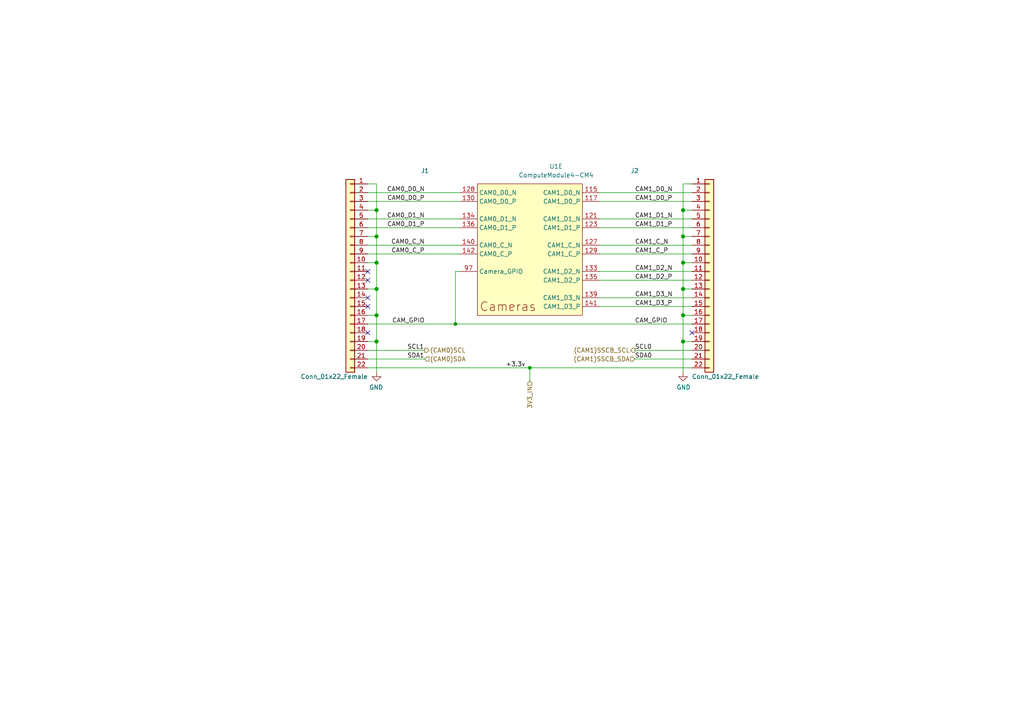
<source format=kicad_sch>
(kicad_sch (version 20231120) (generator "eeschema") (generator_version "8.0")
  (paper "A4")
  (lib_symbols
    (symbol "Connector_Generic:Conn_01x22" (pin_names (offset 1.016) hide)
      (property "Reference" "J" (at 0 27.94 0))
      (property "Value" "Conn_01x22" (at 0 -30.48 0))
      (symbol "Conn_01x22_1_1"
        (rectangle (start -1.27 -27.813) (end 0 -28.067) (stroke (width 0.1524)))
        (rectangle (start -1.27 -25.273) (end 0 -25.527) (stroke (width 0.1524)))
        (rectangle (start -1.27 -22.733) (end 0 -22.987) (stroke (width 0.1524)))
        (rectangle (start -1.27 -20.193) (end 0 -20.447) (stroke (width 0.1524)))
        (rectangle (start -1.27 -17.653) (end 0 -17.907) (stroke (width 0.1524)))
        (rectangle (start -1.27 -15.113) (end 0 -15.367) (stroke (width 0.1524)))
        (rectangle (start -1.27 -12.573) (end 0 -12.827) (stroke (width 0.1524)))
        (rectangle (start -1.27 -10.033) (end 0 -10.287) (stroke (width 0.1524)))
        (rectangle (start -1.27 -7.493) (end 0 -7.747) (stroke (width 0.1524)))
        (rectangle (start -1.27 -4.953) (end 0 -5.207) (stroke (width 0.1524)))
        (rectangle (start -1.27 -2.413) (end 0 -2.667) (stroke (width 0.1524)))
        (rectangle (start -1.27 0.127) (end 0 -0.127) (stroke (width 0.1524)))
        (rectangle (start -1.27 2.667) (end 0 2.413) (stroke (width 0.1524)))
        (rectangle (start -1.27 5.207) (end 0 4.953) (stroke (width 0.1524)))
        (rectangle (start -1.27 7.747) (end 0 7.493) (stroke (width 0.1524)))
        (rectangle (start -1.27 10.287) (end 0 10.033) (stroke (width 0.1524)))
        (rectangle (start -1.27 12.827) (end 0 12.573) (stroke (width 0.1524)))
        (rectangle (start -1.27 15.367) (end 0 15.113) (stroke (width 0.1524)))
        (rectangle (start -1.27 17.907) (end 0 17.653) (stroke (width 0.1524)))
        (rectangle (start -1.27 20.447) (end 0 20.193) (stroke (width 0.1524)))
        (rectangle (start -1.27 22.987) (end 0 22.733) (stroke (width 0.1524)))
        (rectangle (start -1.27 25.527) (end 0 25.273) (stroke (width 0.1524)))
        (rectangle (start -1.27 26.67) (end 1.27 -29.21) (stroke (width 0.254)) (fill (type background)))
        (pin passive line (at -5.08 25.4 0) (length 3.81) (name "Pin_1") (number "1"))
        (pin passive line (at -5.08 2.54 0) (length 3.81) (name "Pin_10") (number "10"))
        (pin passive line (at -5.08 0 0) (length 3.81) (name "Pin_11") (number "11"))
        (pin passive line (at -5.08 -2.54 0) (length 3.81) (name "Pin_12") (number "12"))
        (pin passive line (at -5.08 -5.08 0) (length 3.81) (name "Pin_13") (number "13"))
        (pin passive line (at -5.08 -7.62 0) (length 3.81) (name "Pin_14") (number "14"))
        (pin passive line (at -5.08 -10.16 0) (length 3.81) (name "Pin_15") (number "15"))
        (pin passive line (at -5.08 -12.7 0) (length 3.81) (name "Pin_16") (number "16"))
        (pin passive line (at -5.08 -15.24 0) (length 3.81) (name "Pin_17") (number "17"))
        (pin passive line (at -5.08 -17.78 0) (length 3.81) (name "Pin_18") (number "18"))
        (pin passive line (at -5.08 -20.32 0) (length 3.81) (name "Pin_19") (number "19"))
        (pin passive line (at -5.08 22.86 0) (length 3.81) (name "Pin_2") (number "2"))
        (pin passive line (at -5.08 -22.86 0) (length 3.81) (name "Pin_20") (number "20"))
        (pin passive line (at -5.08 -25.4 0) (length 3.81) (name "Pin_21") (number "21"))
        (pin passive line (at -5.08 -27.94 0) (length 3.81) (name "Pin_22") (number "22"))
        (pin passive line (at -5.08 20.32 0) (length 3.81) (name "Pin_3") (number "3"))
        (pin passive line (at -5.08 17.78 0) (length 3.81) (name "Pin_4") (number "4"))
        (pin passive line (at -5.08 15.24 0) (length 3.81) (name "Pin_5") (number "5"))
        (pin passive line (at -5.08 12.7 0) (length 3.81) (name "Pin_6") (number "6"))
        (pin passive line (at -5.08 10.16 0) (length 3.81) (name "Pin_7") (number "7"))
        (pin passive line (at -5.08 7.62 0) (length 3.81) (name "Pin_8") (number "8"))
        (pin passive line (at -5.08 5.08 0) (length 3.81) (name "Pin_9") (number "9"))
      )
    )
    (symbol "Module_cm4:ComputeModule4-CM4"
      (property "Reference" "U1" (at 22.86 5.08 0))
      (property "Value" "ComputeModule4-CM4" (at 22.86 2.54 0))
      (symbol "ComputeModule4-CM4_1_1"
        (rectangle (start 0 0) (end 78.74 -78.74) (fill (type background)))
        (text "GPIO" (at 72.644 -3.556 0) (effects (font (size 2.54 2.54))))
        (pin passive line (at -49.53 -7.62 0) (length 5.08) hide (name "Reserved") (number "104"))
        (pin passive line (at -49.53 -10.16 0) (length 5.08) hide (name "Reserved") (number "106"))
        (pin passive line (at -5.08 -68.58 0) (length 5.08) (name "GPIO26/SD0_DAT2/DPI_D22/SD1_DAT2/ARM_TDI/SPI5_CE1_N") (number "24"))
        (pin passive line (at -5.08 -55.88 0) (length 5.08) (name "GPIO21/PCM_DOUT/SD13/DPI_D17/SPI6_SCLK/SPI1_SCLK/GPCLK1") (number "25"))
        (pin passive line (at -5.08 -50.8 0) (length 5.08) (name "GPIO19/PCM_FS/SD11/DPI_D15/SPI6_MISO/SPI1_MISO/PWM0_1") (number "26"))
        (pin passive line (at -5.08 -53.34 0) (length 5.08) (name "GPIO20/PCM_DIN/SD12/DPI_D16/SPI6_MOSI/SPI1_MOSI/GPCLK0") (number "27"))
        (pin passive line (at -5.08 -35.56 0) (length 5.08) (name "GPIO13/PWM0_1/SD5/DPI_D9/SPI5_MISO/RXD5/SCL5") (number "28"))
        (pin passive line (at -5.08 -43.18 0) (length 5.08) (name "GPIO16/SD8/DPI_D12/CTS0/SPI1_CE2_N/CTS1") (number "29"))
        (pin passive line (at -5.08 -17.78 0) (length 5.08) (name "GPIO6/GPCLK2/SDE_N/SE/DPI_D2/SPI4_MOSI/CTS3/SDA4") (number "30"))
        (pin passive line (at -5.08 -33.02 0) (length 5.08) (name "GPIO12/PWM0_0/SD4/DPI_D8/SPI5_CE0_N/TXD5/SDA5") (number "31"))
        (pin passive line (at -5.08 -15.24 0) (length 5.08) (name "GPIO5/GPCLK1/SA0/DPI_D1/SPI4_MISO/RXD3/SCL3") (number "34"))
        (pin passive line (at -5.08 -5.08 0) (length 5.08) (name "GPIO1/SCL0/SA4/DE/SPI3_MISO/RXD2/SCL6") (number "35"))
        (pin passive line (at -5.08 -2.54 0) (length 5.08) (name "GPIO0/SDA0/SA5/PCLK/SPI3_CE0_N/TXD2/SDA6") (number "36"))
        (pin passive line (at -5.08 -20.32 0) (length 5.08) (name "GPIO7/SPI0_CE1_N/SWE_N/SRW_N/DPI_D3/SPI4_SCLK/RTS3/SCL4") (number "37"))
        (pin passive line (at -5.08 -30.48 0) (length 5.08) (name "GPIO11/SPI0_SCLK/SD3/DPI_D7/BSCSL_SCL/BSCSL_SCLK/RTS4/SCL5") (number "38"))
        (pin passive line (at -5.08 -22.86 0) (length 5.08) (name "GPIO8/SPI0_CE0_N/SD0/DPI_D4/BSCSL_CE_N/TXD4/SDA4") (number "39"))
        (pin passive line (at -5.08 -25.4 0) (length 5.08) (name "GPIO9/SPI0_MISO/SD1/DPI_D5/BSCSL_MISO/RXD4/SCL4") (number "40"))
        (pin passive line (at -5.08 -66.04 0) (length 5.08) (name "GPIO25/SD0_DAT1/SD17/DPI_D21/SD1_DAT1/ARM_TCK/SPI4_CE1_N") (number "41"))
        (pin passive line (at -5.08 -27.94 0) (length 5.08) (name "GPIO10/SPI0_MOSI/SD2/DPI_D6/BSCSL_SDA/BSCSL_MOSI/CTS4/SDA5") (number "44"))
        (pin passive line (at -5.08 -63.5 0) (length 5.08) (name "GPIO24/SD0_DAT0/SD16/DPI_D20/SD1_DAT0/ARM_TD0/SPI3_CE1_N") (number "45"))
        (pin passive line (at -5.08 -58.42 0) (length 5.08) (name "GPIO22/SDO_CLK/SD14/DPI_D18/SD1_CLK/ARM_TRST/SDA6") (number "46"))
        (pin passive line (at -5.08 -60.96 0) (length 5.08) (name "GPIO23/SD0_CMD/SD15/DPI_D19/SD1_CMD/ARM_RTCK/SCL6") (number "47"))
        (pin passive line (at -5.08 -71.12 0) (length 5.08) (name "GPIO27/SD0_DAT3/DPI_D23/SD1_DAT3/ARM_TMS/SPI6_CE1_N") (number "48"))
        (pin passive line (at -5.08 -48.26 0) (length 5.08) (name "GPIO18/PCM_CLK/SD10/DPI_D14/SPI6_CE0_N/SPI1_CE0_N/PWM0_0") (number "49"))
        (pin passive line (at -5.08 -45.72 0) (length 5.08) (name "GPIO17/SD9/DPI_D13/RTS0/SPI1_CE1_N/RTS1") (number "50"))
        (pin passive line (at -5.08 -40.64 0) (length 5.08) (name "GPIO15/RXD0/SD7/DPI_D11/SPI5_SCLK/RTS5/RXD1") (number "51"))
        (pin passive line (at -5.08 -12.7 0) (length 5.08) (name "GPIO4/GPCLK0/SA1/DPI_D0/SPI4_CE0_N/TXD3/SDA3") (number "54"))
        (pin passive line (at -5.08 -38.1 0) (length 5.08) (name "GPIO14/TXD0/SD6/DPI_D10/SPI5_MOSI/CTS5/TXD1") (number "55"))
        (pin passive line (at -5.08 -10.16 0) (length 5.08) (name "GPIO3/SCL1/SA2/LCD_HSYNC/SPI3_SCLK/RTS2/SCL3") (number "56"))
        (pin passive line (at -5.08 -7.62 0) (length 5.08) (name "GPIO2/SDA1/SA3/LCD_VSYNC/SPI3_MOSI/CTS2/SDA3") (number "58"))
        (pin passive line (at -5.08 -76.2 0) (length 5.08) (name "GPIO45/PWM0_1/SCL0/SCL1/SPI0_CE2_N/SD_CARD_PWR0") (number "80"))
        (pin passive line (at -5.08 -73.66 0) (length 5.08) (name "GPIO44/GPCLK1/SDA0/SDA1/SPI0_CE1_N/SD_CARD_VOLT") (number "82"))
      )
      (symbol "ComputeModule4-CM4_2_1"
        (rectangle (start 0 0) (end 34.29 -44.45) (fill (type background)))
        (text "HDMI" (at 17.526 -22.606 900) (effects (font (size 2.54 2.54))))
        (pin input line (at -5.08 -35.56 0) (length 5.08) (name "HDMI1_HOTPLUG") (number "143"))
        (pin bidirectional line (at -5.08 -39.37 0) (length 5.08) (name "HDMI1_SDA") (number "145"))
        (pin output line (at -5.08 -2.54 0) (length 5.08) (name "HDMI1_TX2_P") (number "146"))
        (pin open_collector line (at -5.08 -41.91 0) (length 5.08) (name "HDMI1_SCL") (number "147"))
        (pin output line (at -5.08 -5.08 0) (length 5.08) (name "HDMI1_TX2_N") (number "148"))
        (pin open_collector line (at -5.08 -33.02 0) (length 5.08) (name "HDMI1_CEC") (number "149"))
        (pin open_collector line (at 39.37 -33.02 180) (length 5.08) (name "HDMI0_CEC") (number "151"))
        (pin output line (at -5.08 -10.16 0) (length 5.08) (name "HDMI1_TX1_P") (number "152"))
        (pin input line (at 39.37 -35.56 180) (length 5.08) (name "HDMI0_HOTPLUG") (number "153"))
        (pin output line (at -5.08 -12.7 0) (length 5.08) (name "HDMI1_TX1_N") (number "154"))
        (pin output line (at -5.08 -17.78 0) (length 5.08) (name "HDMI1_TX0_P") (number "158"))
        (pin output line (at -5.08 -20.32 0) (length 5.08) (name "HDMI1_TX0_N") (number "160"))
        (pin output line (at -5.08 -25.4 0) (length 5.08) (name "HDMI1_CLK_P") (number "164"))
        (pin output line (at -5.08 -27.94 0) (length 5.08) (name "HDMI1_CLK_N") (number "166"))
        (pin output line (at 39.37 -2.54 180) (length 5.08) (name "HDMI0_TX2_P") (number "170"))
        (pin output line (at 39.37 -5.08 180) (length 5.08) (name "HDMI0_TX2_N") (number "172"))
        (pin output line (at 39.37 -10.16 180) (length 5.08) (name "HDMI0_TX1_P") (number "176"))
        (pin output line (at 39.37 -12.7 180) (length 5.08) (name "HDMI0_TX1_N") (number "178"))
        (pin output line (at 39.37 -17.78 180) (length 5.08) (name "HDMI0_TX0_P") (number "182"))
        (pin output line (at 39.37 -20.32 180) (length 5.08) (name "HDMI0_TX0_N") (number "184"))
        (pin output line (at 39.37 -25.4 180) (length 5.08) (name "HDMI0_CLK_P") (number "188"))
        (pin output line (at 39.37 -27.94 180) (length 5.08) (name "HDMI0_CLK_N") (number "190"))
        (pin bidirectional line (at 39.37 -39.37 180) (length 5.08) (name "HDMI0_SDA") (number "199"))
        (pin open_collector line (at 39.37 -41.91 180) (length 5.08) (name "HDMI0_SCL") (number "200"))
      )
      (symbol "ComputeModule4-CM4_3_1"
        (rectangle (start 0 0) (end 17.78 -68.58) (fill (type background)))
        (text "GND" (at 9.144 -33.02 900) (effects (font (size 2.54 2.54))))
        (pin power_in line (at -5.08 -2.54 0) (length 5.08) (name "GND") (number "1"))
        (pin power_in line (at -5.08 -58.42 0) (length 5.08) (name "GND") (number "107"))
        (pin power_in line (at -5.08 -55.88 0) (length 5.08) (name "GND") (number "108"))
        (pin power_in line (at -5.08 -60.96 0) (length 5.08) (name "GND") (number "113"))
        (pin power_in line (at -5.08 -63.5 0) (length 5.08) (name "GND") (number "114"))
        (pin power_in line (at -5.08 -66.04 0) (length 5.08) (name "GND") (number "119"))
        (pin power_in line (at 22.86 -2.54 180) (length 5.08) (name "GND") (number "120"))
        (pin power_in line (at 22.86 -5.08 180) (length 5.08) (name "GND") (number "125"))
        (pin power_in line (at 22.86 -7.62 180) (length 5.08) (name "GND") (number "126"))
        (pin power_in line (at -5.08 -12.7 0) (length 5.08) (name "GND") (number "13"))
        (pin power_in line (at 22.86 -10.16 180) (length 5.08) (name "GND") (number "131"))
        (pin power_in line (at 22.86 -12.7 180) (length 5.08) (name "GND") (number "132"))
        (pin power_in line (at 22.86 -15.24 180) (length 5.08) (name "GND") (number "137"))
        (pin power_in line (at 22.86 -17.78 180) (length 5.08) (name "GND") (number "138"))
        (pin power_in line (at -5.08 -15.24 0) (length 5.08) (name "GND") (number "14"))
        (pin power_in line (at 22.86 -20.32 180) (length 5.08) (name "GND") (number "144"))
        (pin power_in line (at 22.86 -22.86 180) (length 5.08) (name "GND") (number "150"))
        (pin power_in line (at 22.86 -25.4 180) (length 5.08) (name "GND") (number "155"))
        (pin power_in line (at 22.86 -27.94 180) (length 5.08) (name "GND") (number "156"))
        (pin power_in line (at 22.86 -30.48 180) (length 5.08) (name "GND") (number "161"))
        (pin power_in line (at 22.86 -33.02 180) (length 5.08) (name "GND") (number "162"))
        (pin power_in line (at 22.86 -35.56 180) (length 5.08) (name "GND") (number "167"))
        (pin power_in line (at 22.86 -38.1 180) (length 5.08) (name "GND") (number "168"))
        (pin power_in line (at 22.86 -40.64 180) (length 5.08) (name "GND") (number "173"))
        (pin power_in line (at 22.86 -43.18 180) (length 5.08) (name "GND") (number "174"))
        (pin power_in line (at 22.86 -45.72 180) (length 5.08) (name "GND") (number "179"))
        (pin power_in line (at 22.86 -48.26 180) (length 5.08) (name "GND") (number "180"))
        (pin power_in line (at 22.86 -50.8 180) (length 5.08) (name "GND") (number "185"))
        (pin power_in line (at 22.86 -53.34 180) (length 5.08) (name "GND") (number "186"))
        (pin power_in line (at 22.86 -55.88 180) (length 5.08) (name "GND") (number "191"))
        (pin power_in line (at 22.86 -58.42 180) (length 5.08) (name "GND") (number "192"))
        (pin power_in line (at 22.86 -60.96 180) (length 5.08) (name "GND") (number "197"))
        (pin power_in line (at 22.86 -63.5 180) (length 5.08) (name "GND") (number "198"))
        (pin power_in line (at -5.08 -5.08 0) (length 5.08) (name "GND") (number "2"))
        (pin power_in line (at -5.08 -17.78 0) (length 5.08) (name "GND") (number "22"))
        (pin power_in line (at -5.08 -20.32 0) (length 5.08) (name "GND") (number "23"))
        (pin power_in line (at -5.08 -22.86 0) (length 5.08) (name "GND") (number "32"))
        (pin power_in line (at -5.08 -25.4 0) (length 5.08) (name "GND") (number "33"))
        (pin power_in line (at -5.08 -27.94 0) (length 5.08) (name "GND") (number "42"))
        (pin power_in line (at -5.08 -30.48 0) (length 5.08) (name "GND") (number "43"))
        (pin power_in line (at -5.08 -33.02 0) (length 5.08) (name "GND") (number "52"))
        (pin power_in line (at -5.08 -35.56 0) (length 5.08) (name "GND") (number "53"))
        (pin power_in line (at -5.08 -38.1 0) (length 5.08) (name "GND") (number "59"))
        (pin power_in line (at -5.08 -40.64 0) (length 5.08) (name "GND") (number "60"))
        (pin power_in line (at -5.08 -43.18 0) (length 5.08) (name "GND") (number "65"))
        (pin power_in line (at -5.08 -45.72 0) (length 5.08) (name "GND") (number "66"))
        (pin power_in line (at -5.08 -7.62 0) (length 5.08) (name "GND") (number "7"))
        (pin power_in line (at -5.08 -48.26 0) (length 5.08) (name "GND") (number "71"))
        (pin power_in line (at -5.08 -50.8 0) (length 5.08) (name "GND") (number "74"))
        (pin power_in line (at -5.08 -10.16 0) (length 5.08) (name "GND") (number "8"))
        (pin power_in line (at -5.08 -53.34 0) (length 5.08) (name "GND") (number "98"))
      )
      (symbol "ComputeModule4-CM4_4_1"
        (rectangle (start 0 0) (end 22.86 -31.75) (fill (type background)))
        (text "PCIe" (at 17.78 -2.794 0) (effects (font (size 2.54 2.54))))
        (pin input line (at -5.08 -25.4 0) (length 5.08) (name "PCIe_CLK_nREQ") (number "102"))
        (pin bidirectional line (at -5.08 -27.94 0) (length 5.08) (name "PCIe_nRST") (number "109"))
        (pin output line (at -5.08 -17.78 0) (length 5.08) (name "PCIe_CLK_P") (number "110"))
        (pin output line (at -5.08 -20.32 0) (length 5.08) (name "PCIe_CLK_N") (number "112"))
        (pin input line (at -5.08 -2.54 0) (length 5.08) (name "PCIe_RX_P") (number "116"))
        (pin input line (at -5.08 -5.08 0) (length 5.08) (name "PCIe_RX_N") (number "118"))
        (pin output line (at -5.08 -10.16 0) (length 5.08) (name "PCIe_TX_P") (number "122"))
        (pin output line (at -5.08 -12.7 0) (length 5.08) (name "PCIe_TX_N") (number "124"))
      )
      (symbol "ComputeModule4-CM4_5_1"
        (rectangle (start 0 0) (end 30.48 -38.1) (fill (type background)))
        (text "Cameras" (at 8.89 -35.56 0) (effects (font (size 2.54 2.54))))
        (pin input line (at 35.56 -2.54 180) (length 5.08) (name "CAM1_D0_N") (number "115"))
        (pin input line (at 35.56 -5.08 180) (length 5.08) (name "CAM1_D0_P") (number "117"))
        (pin input line (at 35.56 -10.16 180) (length 5.08) (name "CAM1_D1_N") (number "121"))
        (pin input line (at 35.56 -12.7 180) (length 5.08) (name "CAM1_D1_P") (number "123"))
        (pin input line (at 35.56 -17.78 180) (length 5.08) (name "CAM1_C_N") (number "127"))
        (pin input line (at -5.08 -2.54 0) (length 5.08) (name "CAM0_D0_N") (number "128"))
        (pin input line (at 35.56 -20.32 180) (length 5.08) (name "CAM1_C_P") (number "129"))
        (pin input line (at -5.08 -5.08 0) (length 5.08) (name "CAM0_D0_P") (number "130"))
        (pin input line (at 35.56 -25.4 180) (length 5.08) (name "CAM1_D2_N") (number "133"))
        (pin input line (at -5.08 -10.16 0) (length 5.08) (name "CAM0_D1_N") (number "134"))
        (pin input line (at 35.56 -27.94 180) (length 5.08) (name "CAM1_D2_P") (number "135"))
        (pin input line (at -5.08 -12.7 0) (length 5.08) (name "CAM0_D1_P") (number "136"))
        (pin input line (at 35.56 -33.02 180) (length 5.08) (name "CAM1_D3_N") (number "139"))
        (pin input line (at -5.08 -17.78 0) (length 5.08) (name "CAM0_C_N") (number "140"))
        (pin input line (at 35.56 -35.56 180) (length 5.08) (name "CAM1_D3_P") (number "141"))
        (pin input line (at -5.08 -20.32 0) (length 5.08) (name "CAM0_C_P") (number "142"))
        (pin passive line (at -5.08 -25.4 0) (length 5.08) (name "Camera_GPIO") (number "97"))
      )
      (symbol "ComputeModule4-CM4_6_1"
        (rectangle (start 0 0) (end 30.48 -38.1) (fill (type background)))
        (text "DSI" (at 3.302 -35.814 0) (effects (font (size 2.54 2.54))))
        (pin output line (at -5.08 -2.54 0) (length 5.08) (name "DSI0_D0_N") (number "157"))
        (pin output line (at -5.08 -5.08 0) (length 5.08) (name "DSI0_D0_P") (number "159"))
        (pin output line (at -5.08 -10.16 0) (length 5.08) (name "DSI0_D1_N") (number "163"))
        (pin output line (at -5.08 -12.7 0) (length 5.08) (name "DSI0_D1_P") (number "165"))
        (pin output line (at -5.08 -17.78 0) (length 5.08) (name "DSI0_C_N") (number "169"))
        (pin output line (at -5.08 -20.32 0) (length 5.08) (name "DSI0_C_P") (number "171"))
        (pin output line (at 35.56 -2.54 180) (length 5.08) (name "DSI1_D0_N") (number "175"))
        (pin output line (at 35.56 -5.08 180) (length 5.08) (name "DSI1_D0_P") (number "177"))
        (pin output line (at 35.56 -10.16 180) (length 5.08) (name "DSI1_D1_N") (number "181"))
        (pin output line (at 35.56 -12.7 180) (length 5.08) (name "DSI1_D1_P") (number "183"))
        (pin output line (at 35.56 -33.02 180) (length 5.08) (name "DSI1_C_N") (number "187"))
        (pin output line (at 35.56 -35.56 180) (length 5.08) (name "DSI1_C_P") (number "189"))
        (pin output line (at 35.56 -17.78 180) (length 5.08) (name "DSI1_D2_N") (number "193"))
        (pin output line (at 35.56 -25.4 180) (length 5.08) (name "DSI1_D3_N") (number "194"))
        (pin output line (at 35.56 -20.32 180) (length 5.08) (name "DSI1_D2_P") (number "195"))
        (pin output line (at 35.56 -27.94 180) (length 5.08) (name "DSI1_D3_P") (number "196"))
      )
      (symbol "ComputeModule4-CM4_7_1"
        (rectangle (start 0 0) (end 45.72 -20.32) (fill (type background)))
        (text "Power" (at 21.336 -5.334 0) (effects (font (size 2.54 2.54))))
        (pin power_in line (at -5.08 -2.54 0) (length 5.08) (name "+5v_(Input)") (number "77"))
        (pin power_in line (at 50.8 -10.16 180) (length 5.08) (name "GPIO_VREF(1.8v/3.3v_Input)") (number "78"))
        (pin power_in line (at -5.08 -5.08 0) (length 5.08) (name "+5v_(Input)") (number "79"))
        (pin power_in line (at -5.08 -7.62 0) (length 5.08) (name "+5v_(Input)") (number "81"))
        (pin power_in line (at -5.08 -10.16 0) (length 5.08) (name "+5v_(Input)") (number "83"))
        (pin power_out line (at 50.8 -15.24 180) (length 5.08) (name "+3.3v_(Output)") (number "84"))
        (pin power_in line (at -5.08 -12.7 0) (length 5.08) (name "+5v_(Input)") (number "85"))
        (pin power_out line (at 50.8 -17.78 180) (length 5.08) (name "+3.3v_(Output)") (number "86"))
        (pin power_in line (at -5.08 -15.24 0) (length 5.08) (name "+5v_(Input)") (number "87"))
        (pin power_out line (at 50.8 -2.54 180) (length 5.08) (name "+1.8v_(Output)") (number "88"))
        (pin power_out line (at 50.8 -5.08 180) (length 5.08) (name "+1.8v_(Output)") (number "90"))
      )
      (symbol "ComputeModule4-CM4_8_1"
        (rectangle (start 0 0) (end 49.53 -27.94) (fill (type background)))
        (text "Ethernet" (at 49.022 -2.54 0) (effects (font (size 2.54 2.54)) (justify right)))
        (pin passive line (at -5.08 -5.08 0) (length 5.08) (name "Ethernet_Pair0_N") (number "10"))
        (pin passive line (at -5.08 -12.7 0) (length 5.08) (name "Ethernet_Pair2_P") (number "11"))
        (pin passive line (at -5.08 -2.54 0) (length 5.08) (name "Ethernet_Pair0_P") (number "12"))
        (pin output line (at 54.61 -10.16 180) (length 5.08) (name "Ethernet_nLED3(3.3v)") (number "15"))
        (pin input line (at -5.08 -25.4 0) (length 5.08) (name "Ethernet_SYNC_IN(1.8v)") (number "16"))
        (pin output line (at 54.61 -12.7 180) (length 5.08) (name "Ethernet_nLED2(3.3v)") (number "17"))
        (pin output line (at 54.61 -25.4 180) (length 5.08) (name "Ethernet_SYNC_OUT(1.8v)") (number "18"))
        (pin output line (at 54.61 -15.24 180) (length 5.08) (name "Ethernet_nLED1(3.3v)") (number "19"))
        (pin passive line (at -5.08 -17.78 0) (length 5.08) (name "Ethernet_Pair3_P") (number "3"))
        (pin passive line (at -5.08 -7.62 0) (length 5.08) (name "Ethernet_Pair1_P") (number "4"))
        (pin passive line (at -5.08 -20.32 0) (length 5.08) (name "Ethernet_Pair3_N") (number "5"))
        (pin passive line (at -5.08 -10.16 0) (length 5.08) (name "Ethernet_Pair1_N") (number "6"))
        (pin passive line (at -5.08 -15.24 0) (length 5.08) (name "Ethernet_Pair2_N") (number "9"))
      )
      (symbol "ComputeModule4-CM4_9_1"
        (rectangle (start 0 0) (end 19.05 -35.56) (fill (type background)))
        (text "NB SD signals are only available" (at 9.906 -39.878 0) (effects (font (size 1.27 1.27))))
        (text "on modules without eMMC" (at 8.382 -42.926 0) (effects (font (size 1.27 1.27))))
        (text "Only On CM4Lite" (at 8.636 -37.084 0) (effects (font (size 1.27 1.27))))
        (text "SD" (at 16.002 -2.54 0) (effects (font (size 2.54 2.54))))
        (pin passive line (at -5.08 -10.16 0) (length 5.08) (name "SD_CLK") (number "57"))
        (pin passive line (at -5.08 -5.08 0) (length 5.08) (name "SD_DAT3") (number "61"))
        (pin passive line (at -5.08 -7.62 0) (length 5.08) (name "SD_CMD") (number "62"))
        (pin passive line (at -5.08 -12.7 0) (length 5.08) (name "SD_DAT0") (number "63"))
        (pin passive line (at -5.08 -17.78 0) (length 5.08) (name "SD_DAT5") (number "64"))
        (pin passive line (at -5.08 -15.24 0) (length 5.08) (name "SD_DAT1") (number "67"))
        (pin passive line (at -5.08 -20.32 0) (length 5.08) (name "SD_DAT4") (number "68"))
        (pin passive line (at -5.08 -2.54 0) (length 5.08) (name "SD_DAT2") (number "69"))
        (pin passive line (at -5.08 -22.86 0) (length 5.08) (name "SD_DAT7") (number "70"))
        (pin passive line (at -5.08 -25.4 0) (length 5.08) (name "SD_DAT6") (number "72"))
        (pin input line (at -5.08 -27.94 0) (length 5.08) (name "SD_VDD_Override") (number "73"))
        (pin output line (at -5.08 -30.48 0) (length 5.08) (name "SD_PWR_ON") (number "75"))
        (pin passive line (at -5.08 -33.02 0) (length 5.08) (name "Reserved") (number "76"))
      )
      (symbol "ComputeModule4-CM4_10_1"
        (rectangle (start 0 0) (end 26.67 -33.02) (fill (type background)))
        (text "Boot &\nStatus" (at 19.304 -4.318 0) (effects (font (size 2.54 2.54))))
        (pin output line (at -5.08 -10.16 0) (length 5.08) (name "nEXTRST") (number "100"))
        (pin passive line (at -5.08 -30.48 0) (length 5.08) (name "VDAC_COMP") (number "111"))
        (pin passive line (at -5.08 -25.4 0) (length 5.08) (name "EEPROM_nWP") (number "20"))
        (pin open_collector line (at -5.08 -27.94 0) (length 5.08) (name "PI_nLED_Activity") (number "21"))
        (pin power_in line (at -5.08 -20.32 0) (length 5.08) (name "WiFi_nDisable") (number "89"))
        (pin power_in line (at -5.08 -22.86 0) (length 5.08) (name "BT_nDisable") (number "91"))
        (pin passive line (at -5.08 -2.54 0) (length 5.08) (name "RUN_PG") (number "92"))
        (pin input line (at -5.08 -17.78 0) (length 5.08) (name "nRPIBOOT") (number "93"))
        (pin passive line (at -5.08 -5.08 0) (length 5.08) (name "AnalogIP1") (number "94"))
        (pin output line (at -5.08 -15.24 0) (length 5.08) (name "nPI_LED_PWR") (number "95"))
        (pin passive line (at -5.08 -7.62 0) (length 5.08) (name "AnalogIP0") (number "96"))
        (pin input line (at -5.08 -12.7 0) (length 5.08) (name "Global_EN") (number "99"))
      )
      (symbol "ComputeModule4-CM4_11_1"
        (rectangle (start 0 0) (end 24.13 -10.16) (fill (type background)))
        (text "USB" (at 19.558 -5.334 0) (effects (font (size 2.54 2.54))))
        (pin input line (at -5.08 -2.54 0) (length 5.08) (name "USB_OTG_ID") (number "101"))
        (pin passive line (at -5.08 -5.08 0) (length 5.08) (name "USB2_N") (number "103"))
        (pin passive line (at 29.21 -5.08 180) (length 5.08) hide (name "Reserved") (number "104"))
        (pin passive line (at -5.08 -7.62 0) (length 5.08) (name "USB2_P") (number "105"))
        (pin passive line (at 29.21 -7.62 180) (length 5.08) hide (name "Reserved") (number "106"))
        (pin passive line (at 29.21 -2.54 180) (length 5.08) hide (name "Reserved") (number "76"))
      )
    )
    (symbol "power:GND" (power) (pin_names (offset 0))
      (property "Value" "GND" (at 0 -3.81 0))
      (symbol "GND_0_1"
        (polyline (pts (xy 0 0) (xy 0 -1.27) (xy 1.27 -1.27) (xy 0 -2.54) (xy -1.27 -1.27) (xy 0 -1.27)))
      )
      (symbol "GND_1_1"
        (pin power_in line (at 0 0 270) (length 0) hide (name "GND") (number "1"))
      )
    )
  )
  (junction (at 109.22 76.2) (diameter 1.016))
  (junction (at 153.67 106.68))
  (junction (at 198.12 68.58) (diameter 1.016))
  (junction (at 198.12 76.2) (diameter 1.016))
  (junction (at 198.12 91.44) (diameter 1.016))
  (junction (at 198.12 99.06) (diameter 1.016))
  (junction (at 132.08 93.98))
  (junction (at 109.22 68.58) (diameter 1.016))
  (junction (at 198.12 60.96) (diameter 1.016))
  (junction (at 109.22 99.06) (diameter 1.016))
  (junction (at 198.12 83.82) (diameter 1.016))
  (junction (at 109.22 60.96) (diameter 1.016))
  (junction (at 109.22 91.44) (diameter 1.016))
  (junction (at 109.22 83.82) (diameter 1.016))
  (no_connect (at 106.68 81.28))
  (no_connect (at 106.68 78.74))
  (no_connect (at 106.68 86.36))
  (no_connect (at 200.66 96.52))
  (no_connect (at 106.68 88.9))
  (no_connect (at 106.68 96.52))
  (wire (pts (xy 173.99 81.28) (xy 200.66 81.28)))
  (wire (pts (xy 198.12 99.06) (xy 200.66 99.06)))
  (wire (pts (xy 132.08 78.74) (xy 132.08 93.98)))
  (wire (pts (xy 109.22 83.82) (xy 109.22 91.44)))
  (wire (pts (xy 198.12 83.82) (xy 198.12 91.44)))
  (wire (pts (xy 198.12 60.96) (xy 198.12 68.58)))
  (wire (pts (xy 109.22 83.82) (xy 106.68 83.82)))
  (wire (pts (xy 198.12 76.2) (xy 198.12 83.82)))
  (wire (pts (xy 106.68 53.34) (xy 109.22 53.34)))
  (wire (pts (xy 109.22 76.2) (xy 109.22 83.82)))
  (wire (pts (xy 109.22 99.06) (xy 109.22 107.95)))
  (wire (pts (xy 173.99 58.42) (xy 200.66 58.42)))
  (wire (pts (xy 133.35 78.74) (xy 132.08 78.74)))
  (wire (pts (xy 109.22 91.44) (xy 109.22 99.06)))
  (wire (pts (xy 109.22 60.96) (xy 109.22 68.58)))
  (wire (pts (xy 173.99 73.66) (xy 200.66 73.66)))
  (wire (pts (xy 106.68 104.14) (xy 123.19 104.14)))
  (wire (pts (xy 173.99 78.74) (xy 200.66 78.74)))
  (wire (pts (xy 200.66 53.34) (xy 198.12 53.34)))
  (wire (pts (xy 198.12 68.58) (xy 198.12 76.2)))
  (wire (pts (xy 200.66 101.6) (xy 184.15 101.6)))
  (wire (pts (xy 109.22 76.2) (xy 106.68 76.2)))
  (wire (pts (xy 153.67 106.68) (xy 200.66 106.68)))
  (wire (pts (xy 198.12 60.96) (xy 200.66 60.96)))
  (wire (pts (xy 198.12 91.44) (xy 198.12 99.06)))
  (wire (pts (xy 106.68 55.88) (xy 133.35 55.88)))
  (wire (pts (xy 109.22 53.34) (xy 109.22 60.96)))
  (wire (pts (xy 198.12 68.58) (xy 200.66 68.58)))
  (wire (pts (xy 106.68 63.5) (xy 133.35 63.5)))
  (wire (pts (xy 198.12 76.2) (xy 200.66 76.2)))
  (wire (pts (xy 109.22 68.58) (xy 109.22 76.2)))
  (wire (pts (xy 198.12 99.06) (xy 198.12 107.95)))
  (wire (pts (xy 173.99 71.12) (xy 200.66 71.12)))
  (wire (pts (xy 109.22 91.44) (xy 106.68 91.44)))
  (wire (pts (xy 106.68 73.66) (xy 133.35 73.66)))
  (wire (pts (xy 109.22 99.06) (xy 106.68 99.06)))
  (wire (pts (xy 173.99 55.88) (xy 200.66 55.88)))
  (wire (pts (xy 198.12 91.44) (xy 200.66 91.44)))
  (wire (pts (xy 106.68 58.42) (xy 133.35 58.42)))
  (wire (pts (xy 173.99 88.9) (xy 200.66 88.9)))
  (wire (pts (xy 153.67 110.49) (xy 153.67 106.68)))
  (wire (pts (xy 109.22 60.96) (xy 106.68 60.96)))
  (wire (pts (xy 109.22 68.58) (xy 106.68 68.58)))
  (wire (pts (xy 198.12 83.82) (xy 200.66 83.82)))
  (wire (pts (xy 106.68 101.6) (xy 123.19 101.6)))
  (wire (pts (xy 106.68 106.68) (xy 153.67 106.68)))
  (wire (pts (xy 106.68 71.12) (xy 133.35 71.12)))
  (wire (pts (xy 106.68 66.04) (xy 133.35 66.04)))
  (wire (pts (xy 173.99 86.36) (xy 200.66 86.36)))
  (wire (pts (xy 198.12 53.34) (xy 198.12 60.96)))
  (wire (pts (xy 106.68 93.98) (xy 132.08 93.98)))
  (wire (pts (xy 132.08 93.98) (xy 200.66 93.98)))
  (wire (pts (xy 173.99 63.5) (xy 200.66 63.5)))
  (wire (pts (xy 200.66 104.14) (xy 184.15 104.14)))
  (wire (pts (xy 173.99 66.04) (xy 200.66 66.04)))
  (label "CAM0_D1_P" (at 123.19 66.04 180))
  (label "CAM1_C_P" (at 184.15 73.66 0))
  (label "SCL1" (at 118.11 101.6 0))
  (label "CAM_GPIO" (at 184.15 93.98 0))
  (label "CAM1_C_N" (at 184.15 71.12 0))
  (label "CAM0_D0_N" (at 123.19 55.88 180))
  (label "CAM0_D1_N" (at 123.19 63.5 180))
  (label "CAM1_D1_P" (at 184.15 66.04 0))
  (label "CAM1_D2_N" (at 184.15 78.74 0))
  (label "SCL0" (at 184.15 101.6 0))
  (label "SDA1" (at 118.11 104.14 0))
  (label "CAM1_D2_P" (at 184.15 81.28 0))
  (label "CAM1_D0_P" (at 184.15 58.42 0))
  (label "CAM0_D0_P" (at 123.19 58.42 180))
  (label "CAM0_C_N" (at 123.19 71.12 180))
  (label "+3.3v" (at 152.4 106.68 180))
  (label "CAM0_C_P" (at 123.19 73.66 180))
  (label "CAM1_D0_N" (at 184.15 55.88 0))
  (label "CAM1_D3_N" (at 184.15 86.36 0))
  (label "CAM_GPIO" (at 123.19 93.98 180))
  (label "CAM1_D3_P" (at 184.15 88.9 0))
  (label "SDA0" (at 184.15 104.14 0))
  (label "CAM1_D1_N" (at 184.15 63.5 0))
  (hierarchical_label "(CAM0)SDA" (shape input) (at 123.19 104.14 0))
  (hierarchical_label "(CAM1)SSCB_SCL" (shape output) (at 184.15 101.6 180))
  (hierarchical_label "(CAM0)SCL" (shape output) (at 123.19 101.6 0))
  (hierarchical_label "3V3_IN" (shape input) (at 153.67 110.49 270))
  (hierarchical_label "(CAM1)SSCB_SDA" (shape input) (at 184.15 104.14 180))
  (symbol (lib_id "Module_cm4:ComputeModule4-CM4") (at 138.43 53.34 0) (unit 5)
    (property "Reference" "U1" (at 161.29 48.26 0))
    (property "Value" "ComputeModule4-CM4" (at 161.29 50.8 0))
    (property "Footprint" "Rocket_Electronics_Libraries:Raspberry-Pi-4-Compute-Module" (effects (hide yes)))
    (property "Datasheet" "https://datasheets.raspberrypi.com/cm4/cm4-datasheet.pdf" (effects (hide yes)))
    (property "1.8V Output Current" "600 mA" (effects (hide yes)))
    (property "3.3V Output Current" "600 mA" (effects (hide yes)))
  )
  (symbol (lib_id "Connector_Generic:Conn_01x22") (at 205.74 78.74 0) (unit 1)
    (property "Reference" "J2" (at 182.88 49.53 0) (effects (justify left)))
    (property "Value" "Conn_01x22_Female" (at 200.66 109.22 0) (effects (justify left)))
    (property "Footprint" "CM4IO:Hirose_FH12-22S-0.5SH_1x22-1MP_P0.50mm_Horizontal" (effects (hide yes)))
    (property "Description" "Generic connector, single row, 01x22, script generated (kicad-library-utils/schlib/autogen/connector/)" (effects (hide yes)))
    (property "Field4" "Mouser" (effects (hide yes)))
    (property "Field5" "798-FH12-22S-0.5SH55" (effects (hide yes)))
    (property "Field6" "FH12-22S-0.5SH55" (effects (hide yes)))
    (property "Field7" "Hirose" (effects (hide yes)))
    (property "Part Description" "22 Position FFC, FPC Connector Contacts, Bottom 0.020\" (0.50mm) Surface Mount, Right Angle" (effects (hide yes)))
  )
  (symbol (lib_id "power:GND") (at 109.22 107.95 0) (mirror y) (unit 1)
    (property "Reference" "#PWR04" (effects (hide yes)))
    (property "Value" "GND" (at 109.093 112.3442 0))
  )
  (symbol (lib_id "power:GND") (at 198.12 107.95 0) (unit 1)
    (property "Reference" "#PWR05" (effects (hide yes)))
    (property "Value" "GND" (at 198.247 112.3442 0))
  )
  (symbol (lib_id "Connector_Generic:Conn_01x22") (at 101.6 78.74 0) (mirror y) (unit 1)
    (property "Reference" "J1" (at 124.46 49.53 0) (effects (justify left)))
    (property "Value" "Conn_01x22_Female" (at 106.68 109.22 0) (effects (justify left)))
    (property "Footprint" "CM4IO:Hirose_FH12-22S-0.5SH_1x22-1MP_P0.50mm_Horizontal" (effects (hide yes)))
    (property "Description" "Generic connector, single row, 01x22, script generated (kicad-library-utils/schlib/autogen/connector/)" (effects (hide yes)))
    (property "Field4" "Mouser" (effects (hide yes)))
    (property "Field5" "798-FH12-22S-0.5SH55" (effects (hide yes)))
    (property "Field6" "FH12-22S-0.5SH55" (effects (hide yes)))
    (property "Field7" "Hirose" (effects (hide yes)))
    (property "Part Description" "22 Position FFC, FPC Connector Contacts, Bottom 0.020\" (0.50mm) Surface Mount, Right Angle" (effects (hide yes)))
  )
)
</source>
